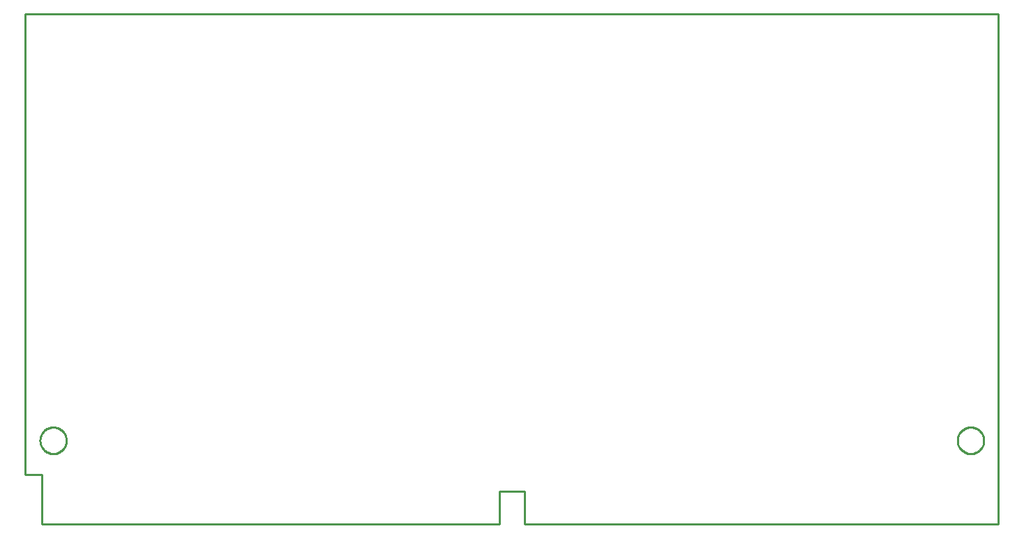
<source format=gbr>
G04 EAGLE Gerber RS-274X export*
G75*
%MOMM*%
%FSLAX34Y34*%
%LPD*%
%IN*%
%IPPOS*%
%AMOC8*
5,1,8,0,0,1.08239X$1,22.5*%
G01*
%ADD10C,0.254000*%


D10*
X0Y60000D02*
X20300Y60000D01*
X20300Y0D01*
X575400Y0D01*
X575400Y40000D01*
X605700Y40000D01*
X605700Y0D01*
X1181100Y0D01*
X1181100Y620000D01*
X0Y620000D01*
X0Y60000D01*
X49800Y101076D02*
X49732Y100031D01*
X49595Y98992D01*
X49390Y97965D01*
X49119Y96953D01*
X48783Y95961D01*
X48382Y94993D01*
X47918Y94054D01*
X47395Y93146D01*
X46813Y92275D01*
X46175Y91444D01*
X45484Y90657D01*
X44743Y89916D01*
X43956Y89225D01*
X43125Y88588D01*
X42254Y88006D01*
X41346Y87482D01*
X40407Y87018D01*
X39439Y86617D01*
X38447Y86281D01*
X37435Y86010D01*
X36408Y85805D01*
X35369Y85669D01*
X34324Y85600D01*
X33276Y85600D01*
X32231Y85669D01*
X31192Y85805D01*
X30165Y86010D01*
X29153Y86281D01*
X28161Y86617D01*
X27193Y87018D01*
X26254Y87482D01*
X25346Y88006D01*
X24475Y88588D01*
X23644Y89225D01*
X22857Y89916D01*
X22116Y90657D01*
X21425Y91444D01*
X20788Y92275D01*
X20206Y93146D01*
X19682Y94054D01*
X19218Y94993D01*
X18817Y95961D01*
X18481Y96953D01*
X18210Y97965D01*
X18005Y98992D01*
X17869Y100031D01*
X17800Y101076D01*
X17800Y102124D01*
X17869Y103169D01*
X18005Y104208D01*
X18210Y105235D01*
X18481Y106247D01*
X18817Y107239D01*
X19218Y108207D01*
X19682Y109146D01*
X20206Y110054D01*
X20788Y110925D01*
X21425Y111756D01*
X22116Y112543D01*
X22857Y113284D01*
X23644Y113975D01*
X24475Y114613D01*
X25346Y115195D01*
X26254Y115718D01*
X27193Y116182D01*
X28161Y116583D01*
X29153Y116919D01*
X30165Y117190D01*
X31192Y117395D01*
X32231Y117532D01*
X33276Y117600D01*
X34324Y117600D01*
X35369Y117532D01*
X36408Y117395D01*
X37435Y117190D01*
X38447Y116919D01*
X39439Y116583D01*
X40407Y116182D01*
X41346Y115718D01*
X42254Y115195D01*
X43125Y114613D01*
X43956Y113975D01*
X44743Y113284D01*
X45484Y112543D01*
X46175Y111756D01*
X46813Y110925D01*
X47395Y110054D01*
X47918Y109146D01*
X48382Y108207D01*
X48783Y107239D01*
X49119Y106247D01*
X49390Y105235D01*
X49595Y104208D01*
X49732Y103169D01*
X49800Y102124D01*
X49800Y101076D01*
X1163300Y101076D02*
X1163232Y100031D01*
X1163095Y98992D01*
X1162890Y97965D01*
X1162619Y96953D01*
X1162283Y95961D01*
X1161882Y94993D01*
X1161418Y94054D01*
X1160895Y93146D01*
X1160313Y92275D01*
X1159675Y91444D01*
X1158984Y90657D01*
X1158243Y89916D01*
X1157456Y89225D01*
X1156625Y88588D01*
X1155754Y88006D01*
X1154846Y87482D01*
X1153907Y87018D01*
X1152939Y86617D01*
X1151947Y86281D01*
X1150935Y86010D01*
X1149908Y85805D01*
X1148869Y85669D01*
X1147824Y85600D01*
X1146776Y85600D01*
X1145731Y85669D01*
X1144692Y85805D01*
X1143665Y86010D01*
X1142653Y86281D01*
X1141661Y86617D01*
X1140693Y87018D01*
X1139754Y87482D01*
X1138846Y88006D01*
X1137975Y88588D01*
X1137144Y89225D01*
X1136357Y89916D01*
X1135616Y90657D01*
X1134925Y91444D01*
X1134288Y92275D01*
X1133706Y93146D01*
X1133182Y94054D01*
X1132718Y94993D01*
X1132317Y95961D01*
X1131981Y96953D01*
X1131710Y97965D01*
X1131505Y98992D01*
X1131369Y100031D01*
X1131300Y101076D01*
X1131300Y102124D01*
X1131369Y103169D01*
X1131505Y104208D01*
X1131710Y105235D01*
X1131981Y106247D01*
X1132317Y107239D01*
X1132718Y108207D01*
X1133182Y109146D01*
X1133706Y110054D01*
X1134288Y110925D01*
X1134925Y111756D01*
X1135616Y112543D01*
X1136357Y113284D01*
X1137144Y113975D01*
X1137975Y114613D01*
X1138846Y115195D01*
X1139754Y115718D01*
X1140693Y116182D01*
X1141661Y116583D01*
X1142653Y116919D01*
X1143665Y117190D01*
X1144692Y117395D01*
X1145731Y117532D01*
X1146776Y117600D01*
X1147824Y117600D01*
X1148869Y117532D01*
X1149908Y117395D01*
X1150935Y117190D01*
X1151947Y116919D01*
X1152939Y116583D01*
X1153907Y116182D01*
X1154846Y115718D01*
X1155754Y115195D01*
X1156625Y114613D01*
X1157456Y113975D01*
X1158243Y113284D01*
X1158984Y112543D01*
X1159675Y111756D01*
X1160313Y110925D01*
X1160895Y110054D01*
X1161418Y109146D01*
X1161882Y108207D01*
X1162283Y107239D01*
X1162619Y106247D01*
X1162890Y105235D01*
X1163095Y104208D01*
X1163232Y103169D01*
X1163300Y102124D01*
X1163300Y101076D01*
M02*

</source>
